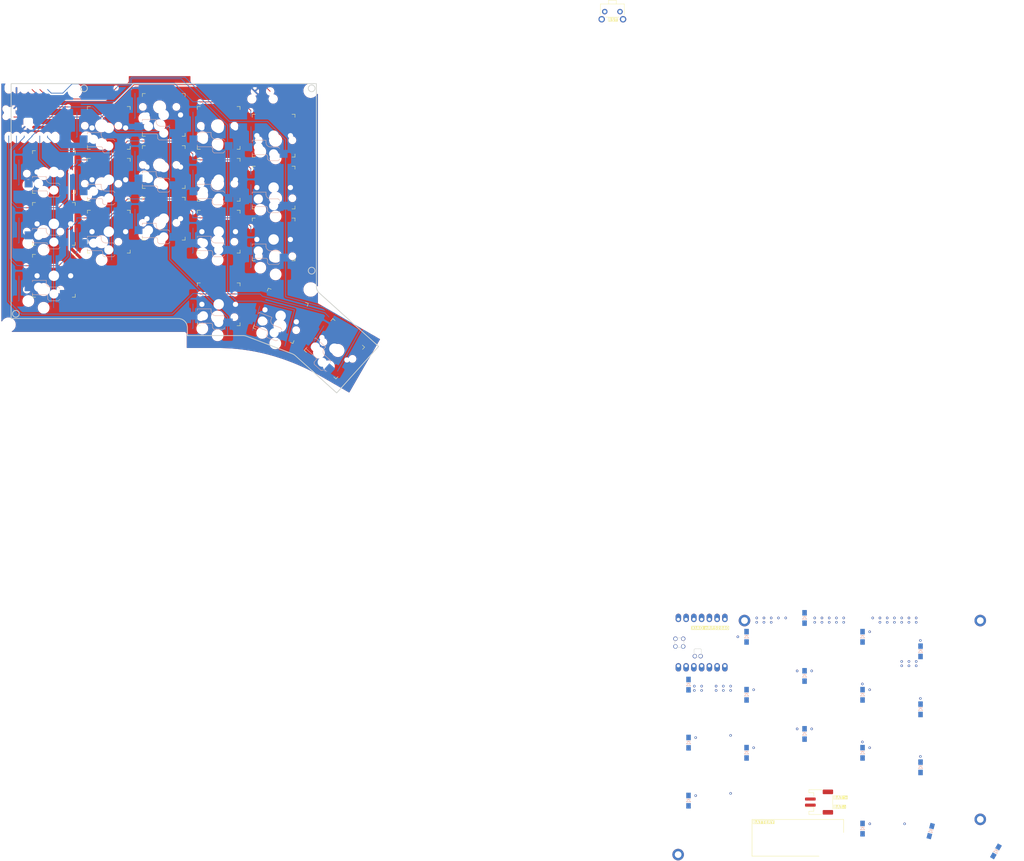
<source format=kicad_pcb>
(kicad_pcb (version 20240108) (generator "pcbnew") (generator_version "8.0")
  (title_block (title "Karma Wireless Split Ergonomic Keyboard") (date "2024-03-06") (rev "0.32"))
  (layers (0 "F.Cu" signal) (31 "B.Cu" signal) (34 "B.Paste" user) (35 "F.Paste" user) (36 "B.SilkS" user "B.Silkscreen") (37 "F.SilkS" user "F.Silkscreen") (38 "B.Mask" user) (39 "F.Mask" user) (44 "Edge.Cuts" user))
  (net 0 "")
  (net 1 "ROW0_L")
  (net 2 "Net-(DL1-A)")
  (net 3 "Net-(DL2-A)")
  (net 4 "Net-(DL3-A)")
  (net 5 "Net-(DL4-A)")
  (net 6 "Net-(DL5-A)")
  (net 7 "ROW1_L")
  (net 8 "Net-(DL6-A)")
  (net 9 "Net-(DL7-A)")
  (net 10 "Net-(DL8-A)")
  (net 11 "Net-(DL9-A)")
  (net 12 "Net-(DL10-A)")
  (net 13 "ROW2_L")
  (net 14 "Net-(DL11-A)")
  (net 15 "Net-(DL12-A)")
  (net 16 "Net-(DL13-A)")
  (net 17 "Net-(DL14-A)")
  (net 18 "Net-(DL15-A)")
  (net 19 "ROW3_L")
  (net 20 "Net-(DL16-A)")
  (net 21 "Net-(DL17-A)")
  (net 22 "Net-(DL18-A)")
  (net 23 "VBAT_L")
  (net 24 "GND_L")
  (net 25 "RESET_L")
  (net 26 "COL0_L")
  (net 27 "COL1_L")
  (net 28 "COL2_L")
  (net 29 "COL3_L")
  (net 30 "COL4_L")
  (footprint "karmalib:Kailh_Socket_PG1350_Optional" (layer "F.Cu") (at 107 38.55)
    (property "Reference" "SWL5" (hide yes))
    (property "Value" "SW_Push_45deg" (hide yes))
  )
  (footprint "karmalib:Kailh_Socket_PG1350_Optional" (layer "F.Cu") (at 71 65.75)
    (property "Reference" "SWL13" (hide yes))
    (property "Value" "SW_Push_45deg" (hide yes))
  )
  (footprint "karmalib:Kailh_Socket_PG1350_Optional" (layer "F.Cu") (at 89 53)
    (property "Reference" "SWL9" (hide yes))
    (property "Value" "SW_Push_45deg" (hide yes))
  )
  (footprint "karmalib:Kailh_Socket_PG1350_Optional" (layer "F.Cu") (at 134.906 104.512 -42)
    (property "Reference" "SWL18" (hide yes))
    (property "Value" "SW_Push_45deg" (hide yes))
  )
  (footprint "karmalib:Kailh_Socket_PG1350_Optional" (layer "F.Cu") (at 35 50.45)
    (property "Reference" "SWL1" (hide yes))
    (property "Value" "SW_Push_45deg" (hide yes))
  )
  (footprint "karmalib:Kailh_Socket_PG1350_Optional" (layer "F.Cu") (at 112.945 94.902 -21)
    (property "Reference" "SWL17" (hide yes))
    (property "Value" "SW_Push_45deg" (hide yes))
  )
  (footprint "karmalib:Kailh_Socket_PG1350_Optional" (layer "F.Cu") (at 53 53)
    (property "Reference" "SWL7" (hide yes))
    (property "Value" "SW_Push_45deg" (hide yes))
  )
  (footprint "karmalib:Kailh_Socket_PG1350_Optional" (layer "F.Cu") (at 107 72.55)
    (property "Reference" "SWL15" (hide yes))
    (property "Value" "SW_Push_45deg" (hide yes))
  )
  (footprint "Connector_JST:JST_PH_S2B-PH-SM4-TB_1x02-1MP_P2.00mm_Horizontal" (layer "F.Cu") (at 294.690625 265.38 90)
    (property "Reference" "J1" (hide yes))
    (property "Value" "BAT")
  )
  (footprint "karmalib:Kailh_Socket_PG1350_Optional" (layer "F.Cu") (at 89 36)
    (property "Reference" "SWL4" (hide yes))
    (property "Value" "SW_Push_45deg" (hide yes))
  )
  (footprint "karmalib:Kailh_Socket_PG1350_Optional" (layer "F.Cu") (at 89 70)
    (property "Reference" "SWL14" (hide yes))
    (property "Value" "SW_Push_45deg" (hide yes))
  )
  (footprint "karmalib:Kailh_Socket_PG1350_Optional" (layer "F.Cu") (at 71 48.825)
    (property "Reference" "SWL8" (hide yes))
    (property "Value" "SW_Push_45deg" (hide yes))
  )
  (footprint "karmalib:Kailh_Socket_PG1350_Optional" (layer "F.Cu") (at 107 55.55)
    (property "Reference" "SWL10" (hide yes))
    (property "Value" "SW_Push_45deg" (hide yes))
  )
  (footprint "karmalib:Kailh_Socket_PG1350_Optional" (layer "F.Cu") (at 35 84.45)
    (property "Reference" "SWL11" (hide yes))
    (property "Value" "SW_Push_45deg" (hide yes))
  )
  (footprint "karmalib:Kailh_Socket_PG1350_Optional" (layer "F.Cu") (at 71 31.75)
    (property "Reference" "SWL3" (hide yes))
    (property "Value" "SW_Push_45deg" (hide yes))
  )
  (footprint "karmalib:Kailh_Socket_PG1350_Optional" (layer "F.Cu") (at 35 67.45)
    (property "Reference" "SWL6" (hide yes))
    (property "Value" "SW_Push_45deg" (hide yes))
  )
  (footprint "karmalib:SKHLLCA010" (layer "F.Cu") (at 226.980625 7.66)
    (property "Reference" "RSW1" (hide yes))
    (property "Value" "SW_Push")
  )
  (footprint "MountingHole:MountingHole_2.2mm_M2_DIN965_Pad" (layer "F.Cu") (at 347.512297 271.044073)
    (property "Reference" "REF**" (hide yes))
    (property "Value" "MountingHole_2.2mm_M2_DIN965_Pad")
  )
  (footprint "karmalib:XIAO_nRF52840_SMD_Cutout" (layer "F.Cu") (at 256.215625 213.13 90)
    (property "Reference" "U1" (hide yes))
    (property "Value" "xiao-ble" (hide yes))
    (fp_line (start -0.8382 -8.826) (end 0.8382 -8.826) (stroke (width 0.12)) (layer "Edge.Cuts"))
    (fp_line (start 1.524 -6.4638) (end 1.524 -8.1402) (stroke (width 0.12)) (layer "Edge.Cuts"))
    (fp_line (start -1.524 -6.4638) (end -1.524 -8.1402) (stroke (width 0.12)) (layer "Edge.Cuts"))
    (fp_line (start -0.8382 -5.778) (end 0.8382 -5.778) (stroke (width 0.12)) (layer "Edge.Cuts"))
    (fp_line (start -4.0132 -2.476) (end -2.413 -2.476) (stroke (width 0.12)) (layer "Edge.Cuts"))
    (fp_line (start -2.032 -2.095) (end -2.032 -0.444) (stroke (width 0.12)) (layer "Edge.Cuts"))
    (fp_line (start -4.699 -0.7488) (end -4.699 -1.7902) (stroke (width 0.12)) (layer "Edge.Cuts"))
    (fp_line (start -2.413 -0.063) (end -4.0132 -0.063) (stroke (width 0.12)) (layer "Edge.Cuts"))
    (fp_arc (start -0.8382 -8.826) (mid -0.920391 -8.222391) (end -1.524 -8.1402) (stroke (width 0.12)) (layer "Edge.Cuts"))
    (fp_arc (start 1.524 -8.1402) (mid 0.920393 -8.222393) (end 0.8382 -8.826) (stroke (width 0.12)) (layer "Edge.Cuts"))
    (fp_arc (start -1.524 -6.4638) (mid -0.920391 -6.381609) (end -0.8382 -5.778) (stroke (width 0.12)) (layer "Edge.Cuts"))
    (fp_arc (start 0.8382 -5.778) (mid 0.920391 -6.381609) (end 1.524 -6.4638) (stroke (width 0.12)) (layer "Edge.Cuts"))
    (fp_arc (start -2.413 -2.476) (mid -2.143592 -2.364408) (end -2.032 -2.095) (stroke (width 0.12)) (layer "Edge.Cuts"))
    (fp_arc (start -4.0132 -2.476) (mid -4.095391 -1.872391) (end -4.699 -1.7902) (stroke (width 0.12)) (layer "Edge.Cuts"))
    (fp_arc (start -4.699 -0.7488) (mid -4.095391 -0.666609) (end -4.0132 -0.063) (stroke (width 0.12)) (layer "Edge.Cuts"))
    (fp_arc (start -2.032 -0.444) (mid -2.143592 -0.174592) (end -2.413 -0.063) (stroke (width 0.12)) (layer "Edge.Cuts"))
  )
  (footprint "MountingHole:MountingHole_2.2mm_M2_DIN965_Pad" (layer "F.Cu") (at 248.522298 282.583567)
    (property "Reference" "REF**" (hide yes))
    (property "Value" "MountingHole_2.2mm_M2_DIN965_Pad" (hide yes))
  )
  (footprint "MountingHole:MountingHole_2.2mm_M2_DIN965_Pad" (layer "F.Cu") (at 347.512298 205.908567)
    (property "Reference" "REF**" (hide yes))
    (property "Value" "MountingHole_2.2mm_M2_DIN965_Pad" (hide yes))
  )
  (footprint "karmalib:Kailh_Socket_PG1350_Optional" (layer "F.Cu") (at 53 70)
    (property "Reference" "SWL12" (hide yes))
    (property "Value" "SW_Push_45deg" (hide yes))
  )
  (footprint "karmalib:Kailh_Socket_PG1350_Optional" (layer "F.Cu") (at 53 36)
    (property "Reference" "SWL2" (hide yes))
    (property "Value" "SW_Push_45deg" (hide yes))
  )
  (footprint "MountingHole:MountingHole_2.2mm_M2_DIN965_Pad" (layer "F.Cu") (at 270.262298 205.908567)
    (property "Reference" "REF**" (hide yes))
    (property "Value" "MountingHole_2.2mm_M2_DIN965_Pad" (hide yes))
  )
  (footprint "karmalib:Kailh_Socket_PG1350_Optional" (layer "F.Cu") (at 89 93.8)
    (property "Reference" "SWL16" (hide yes))
    (property "Value" "SW_Push_45deg" (hide yes))
  )
  (footprint "karmalib:Diode_SOD123" (layer "B.Cu") (at 352.640625 281.53 -120)
    (property "Reference" "DL18" (hide yes))
    (property "Value" "D_Small" (hide yes))
  )
  (footprint "karmalib:Diode_SOD123" (layer "B.Cu") (at 289.940625 243.055 -90)
    (property "Reference" "DL13" (hide yes))
    (property "Value" "D_Small" (hide yes))
  )
  (footprint "karmalib:Diode_SOD123" (layer "B.Cu") (at 289.940625 205.055 -90)
    (property "Reference" "DL3" (hide yes))
    (property "Value" "D_Small" (hide yes))
  )
  (footprint "karmalib:Diode_SOD123" (layer "B.Cu") (at 270.940625 211.23 -90)
    (property "Reference" "DL2" (hide yes))
    (property "Value" "D_Small" (hide yes))
  )
  (footprint "karmalib:Diode_SOD123" (layer "B.Cu") (at 308.940625 230.23 -90)
    (property "Reference" "DL9" (hide yes))
    (property "Value" "D_Small" (hide yes))
  )
  (footprint "karmalib:Diode_SOD123" (layer "B.Cu") (at 327.940625 215.98 -90)
    (property "Reference" "DL5" (hide yes))
    (property "Value" "D_Small" (hide yes))
  )
  (footprint "karmalib:Diode_SOD123" (layer "B.Cu") (at 251.921875 264.905 -90)
    (property "Reference" "DL11" (hide yes))
    (property "Value" "D_Small" (hide yes))
  )
  (footprint "karmalib:Diode_SOD123" (layer "B.Cu") (at 331.265625 274.88 -105)
    (property "Reference" "DL17" (hide yes))
    (property "Value" "D_Small" (hide yes))
  )
  (footprint "karmalib:Diode_SOD123" (layer "B.Cu") (at 308.940625 249.23 -90)
    (property "Reference" "DL14" (hide yes))
    (property "Value" "D_Small" (hide yes))
  )
  (footprint "karmalib:Diode_SOD123" (layer "B.Cu") (at 251.921875 226.905 -90)
    (property "Reference" "DL1" (hide yes))
    (property "Value" "D_Small" (hide yes))
  )
  (footprint "karmalib:Diode_SOD123" (layer "B.Cu") (at 327.940625 253.98 -90)
    (property "Reference" "DL15" (hide yes))
    (property "Value" "D_Small" (hide yes))
  )
  (footprint "karmalib:Diode_SOD123" (layer "B.Cu") (at 251.940625 245.905 -90)
    (property "Reference" "DL6" (hide yes))
    (property "Value" "D_Small" (hide yes))
  )
  (footprint "karmalib:Diode_SOD123" (layer "B.Cu") (at 308.940625 211.23 -90)
    (property "Reference" "DL4" (hide yes))
    (property "Value" "D_Small" (hide yes))
  )
  (footprint "karmalib:Diode_SOD123" (layer "B.Cu") (at 270.940625 230.23 -90)
    (property "Reference" "DL7" (hide yes))
    (property "Value" "D_Small" (hide yes))
  )
  (footprint "karmalib:Diode_SOD123" (layer "B.Cu") (at 327.940625 234.98 -90)
    (property "Reference" "DL10" (hide yes))
    (property "Value" "D_Small" (hide yes))
  )
  (footprint "karmalib:Diode_SOD123" (layer "B.Cu") (at 270.940625 249.23 -90)
    (property "Reference" "DL12" (hide yes))
    (property "Value" "D_Small" (hide yes))
  )
  (footprint "karmalib:Diode_SOD123" (layer "B.Cu") (at 308.940625 274.070625 -90)
    (property "Reference" "DL16" (hide yes))
    (property "Value" "D_Small" (hide yes))
  )
  (footprint "karmalib:Diode_SOD123" (layer "B.Cu") (at 289.940625 224.055 -90)
    (property "Reference" "DL8" (hide yes))
    (property "Value" "D_Small" (hide yes))
  )
  (gr_line (start 272.734375 283.08) (end 294.690625 283.08) (stroke (width 0.15)) (layer "F.SilkS"))
  (gr_line (start 302.734375 271.08) (end 302.734375 275.355) (stroke (width 0.15)) (layer "F.SilkS"))
  (gr_line (start 272.734375 283.08) (end 272.734375 271.08) (stroke (width 0.15)) (layer "F.SilkS"))
  (gr_line (start 272.734375 271.08) (end 302.734375 271.08) (stroke (width 0.15)) (layer "F.SilkS"))
  (gr_poly (pts (xy 128.527049 90.174687) (xy 128.597998 90.181595) (xy 128.668485 90.193108) (xy 128.738277 90.209227) (xy 128.807144 90.229951) (xy 128.874853 90.255281) (xy 128.941174 90.285215) (xy 129.005875 90.319756) (xy 129.068136 90.358518) (xy 129.12722 90.400986) (xy 129.18301 90.446959) (xy 129.23539 90.496236) (xy 129.284245 90.548618) (xy 129.329458 90.603903) (xy 129.370915 90.661893) (xy 129.408499 90.722385) (xy 129.442094 90.78518) (xy 129.471586 90.850077) (xy 129.496857 90.916877) (xy 129.517792 90.985377) (xy 129.534277 91.055379) (xy 129.546193 91.126682) (xy 129.553427 91.199085) (xy 129.555862 91.272388) (xy 129.555878 91.272388) (xy 129.555266 91.30914) (xy 129.55344 91.345692) (xy 129.550414 91.382018) (xy 129.546204 91.418095) (xy 129.540822 91.453896) (xy 129.534285 91.489397) (xy 129.526605 91.524573) (xy 129.517799 91.559399) (xy 129.50788 91.593849) (xy 129.496862 91.627899) (xy 129.48476 91.661524) (xy 129.471589 91.694698) (xy 129.457363 91.727397) (xy 129.442097 91.759595) (xy 129.425805 91.791268) (xy 129.408501 91.82239) (xy 129.3902 91.852936) (xy 129.370916 91.882882) (xy 129.350664 91.912202) (xy 129.329459 91.940871) (xy 129.307314 91.968864) (xy 129.284245 91.996156) (xy 129.260266 92.022722) (xy 129.23539 92.048538) (xy 129.209633 92.073577) (xy 129.18301 92.097815) (xy 129.155534 92.121227) (xy 129.12722 92.143788) (xy 129.098083 92.165472) (xy 129.068136 92.186255) (xy 129.037396 92.206112) (xy 129.005875 92.225018) (xy 128.941174 92.259558) (xy 128.874853 92.289492) (xy 128.807144 92.314822) (xy 128.738277 92.335546) (xy 128.668485 92.351665) (xy 128.597998 92.363178) (xy 128.527049 92.370086) (xy 128.455869 92.372389) (xy 128.384688 92.370086) (xy 128.313739 92.363178) (xy 128.243253 92.351665) (xy 128.173462 92.335546) (xy 128.104596 92.314822) (xy 128.036888 92.289492) (xy 127.970568 92.259558) (xy 127.905869 92.225018) (xy 127.843605 92.186255) (xy 127.784521 92.143788) (xy 127.72873 92.097815) (xy 127.67635 92.048538) (xy 127.627495 91.996156) (xy 127.582281 91.940871) (xy 127.540824 91.882882) (xy 127.50324 91.82239) (xy 127.469644 91.759595) (xy 127.440152 91.694698) (xy 127.41488 91.627899) (xy 127.393943 91.559399) (xy 127.377458 91.489397) (xy 127.365539 91.418095) (xy 127.358303 91.345692) (xy 127.355865 91.272388) (xy 127.356477 91.235637) (xy 127.358303 91.199085) (xy 127.361329 91.162759) (xy 127.365539 91.126682) (xy 127.37092 91.090881) (xy 127.377458 91.055379) (xy 127.385137 91.020203) (xy 127.393943 90.985377) (xy 127.403862 90.950927) (xy 127.41488 90.916877) (xy 127.426981 90.883252) (xy 127.440152 90.850077) (xy 127.454378 90.817378) (xy 127.469644 90.78518) (xy 127.485936 90.753507) (xy 127.50324 90.722385) (xy 127.52154 90.691838) (xy 127.540824 90.661893) (xy 127.561075 90.632573) (xy 127.582281 90.603903) (xy 127.604425 90.57591) (xy 127.627495 90.548618) (xy 127.651474 90.522051) (xy 127.67635 90.496236) (xy 127.702107 90.471197) (xy 127.72873 90.446959) (xy 127.756207 90.423546) (xy 127.784521 90.400986) (xy 127.813659 90.379301) (xy 127.843605 90.358518) (xy 127.874347 90.338661) (xy 127.905869 90.319756) (xy 127.970568 90.285215) (xy 128.036888 90.255281) (xy 128.104596 90.229951) (xy 128.173462 90.209227) (xy 128.243253 90.193108) (xy 128.313739 90.181595) (xy 128.384688 90.174687) (xy 128.455869 90.172384)) (stroke (width 0.264583)) (fill none) (layer "Edge.Cuts"))
  (gr_poly (pts (xy 130 96.404411) (xy 130.004206 96.563312) (xy 130.016736 96.720982) (xy 130.037459 96.877125) (xy 130.066244 97.031448) (xy 130.102959 97.183654) (xy 130.147472 97.33345) (xy 130.199653 97.480538) (xy 130.259369 97.624625) (xy 130.326489 97.765416) (xy 130.400883 97.902614) (xy 130.482418 98.035926) (xy 130.570963 98.165055) (xy 130.666386 98.289708) (xy 130.768557 98.409587) (xy 130.877344 98.5244) (xy 130.992615 98.63385) (xy 150.382072 116.092209) (xy 136.664886 131.326668) (xy 123.070023 119.085785) (xy 123.018309 119.040286) (xy 122.965614 118.996027) (xy 122.91196 118.953022) (xy 122.857371 118.911285) (xy 122.80187 118.870831) (xy 122.745479 118.831672) (xy 122.688222 118.793824) (xy 122.630121 118.7573) (xy 122.571201 118.722115) (xy 122.511483 118.688282) (xy 122.450991 118.655817) (xy 122.389748 118.624731) (xy 122.327777 118.595041) (xy 122.265101 118.56676) (xy 122.201743 118.539902) (xy 122.137726 118.514481) (xy 107.11882 112.74926) (xy 107.054237 112.725315) (xy 106.989181 112.70288) (xy 106.92368 112.681958) (xy 106.85776 112.662556) (xy 106.791448 112.644678) (xy 106.72477 112.628328) (xy 106.657753 112.613513) (xy 106.590424 112.600236) (xy 106.522808 112.588503) (xy 106.454932 112.578318) (xy 106.386824 112.569687) (xy 106.318509 112.562614) (xy 106.250014 112.557104) (xy 106.181366 112.553162) (xy 106.112591 112.550794) (xy 106.043716 112.550003) (xy 87.75 112.550003) (xy 87.75 109.950005) (xy 87.746313 109.801242) (xy 87.73532 109.65349) (xy 87.717123 109.506994) (xy 87.691823 109.361999) (xy 87.659523 109.218752) (xy 87.620324 109.077498) (xy 87.574329 108.938483) (xy 87.521638 108.801953) (xy 87.462355 108.668155) (xy 87.39658 108.537333) (xy 87.324416 108.409733) (xy 87.245964 108.285603) (xy 87.161327 108.165186) (xy 87.070605 108.04873) (xy 86.973902 107.93648) (xy 86.871319 107.828682) (xy 86.763521 107.726099) (xy 86.651272 107.629397) (xy 86.534816 107.538676) (xy 86.4144 107.454039) (xy 86.290269 107.375588) (xy 86.16267 107.303424) (xy 86.031848 107.237649) (xy 85.898049 107.178366) (xy 85.76152 107.125675) (xy 85.622505 107.07968) (xy 85.481251 107.040481) (xy 85.338004 107.008181) (xy 85.193009 106.982882) (xy 85.046513 106.964685) (xy 84.898762 106.953692) (xy 84.75 106.950005) (xy 30 106.950005) (xy 30 30) (xy 130 30)) (stroke (width 0.264583)) (fill none) (layer "Edge.Cuts"))
  (gr_poly (pts (xy 128.527049 30.446435) (xy 128.597998 30.453343) (xy 128.668485 30.464857) (xy 128.738277 30.480976) (xy 128.807144 30.5017) (xy 128.874853 30.527029) (xy 128.941174 30.556964) (xy 129.005875 30.591505) (xy 129.068136 30.630267) (xy 129.12722 30.672735) (xy 129.18301 30.718708) (xy 129.23539 30.767985) (xy 129.284245 30.820367) (xy 129.329458 30.875652) (xy 129.370915 30.933641) (xy 129.408499 30.994133) (xy 129.442094 31.056928) (xy 129.471586 31.121825) (xy 129.496857 31.188624) (xy 129.517792 31.257124) (xy 129.534277 31.327126) (xy 129.546193 31.398428) (xy 129.553427 31.470831) (xy 129.555862 31.544134) (xy 129.555878 31.544133) (xy 129.555266 31.580885) (xy 129.55344 31.617436) (xy 129.550414 31.653763) (xy 129.546204 31.689839) (xy 129.540822 31.72564) (xy 129.534285 31.761142) (xy 129.526605 31.796318) (xy 129.517799 31.831143) (xy 129.50788 31.865594) (xy 129.496862 31.899644) (xy 129.48476 31.933268) (xy 129.471589 31.966443) (xy 129.457363 31.999141) (xy 129.442097 32.031339) (xy 129.425805 32.063012) (xy 129.408501 32.094134) (xy 129.3902 32.12468) (xy 129.370916 32.154626) (xy 129.350664 32.183946) (xy 129.329459 32.212615) (xy 129.307314 32.240608) (xy 129.284245 32.2679) (xy 129.260266 32.294467) (xy 129.23539 32.320282) (xy 129.209633 32.345321) (xy 129.18301 32.369559) (xy 129.155534 32.392971) (xy 129.12722 32.415532) (xy 129.098083 32.437217) (xy 129.068136 32.458) (xy 129.037396 32.477857) (xy 129.005875 32.496763) (xy 128.941174 32.531303) (xy 128.874853 32.561238) (xy 128.807144 32.586568) (xy 128.738277 32.607292) (xy 128.668485 32.623411) (xy 128.597998 32.634925) (xy 128.527049 32.641833) (xy 128.455869 32.644135) (xy 128.384688 32.641833) (xy 128.313739 32.634925) (xy 128.243253 32.623411) (xy 128.173462 32.607292) (xy 128.104596 32.586568) (xy 128.036888 32.561239) (xy 127.970568 32.531304) (xy 127.905869 32.496763) (xy 127.843605 32.458001) (xy 127.784521 32.415533) (xy 127.72873 32.36956) (xy 127.67635 32.320283) (xy 127.627495 32.267901) (xy 127.582281 32.212616) (xy 127.540824 32.154627) (xy 127.50324 32.094135) (xy 127.469644 32.03134) (xy 127.440152 31.966443) (xy 127.41488 31.899644) (xy 127.393943 31.831144) (xy 127.377458 31.761142) (xy 127.365539 31.68984) (xy 127.358303 31.617437) (xy 127.355865 31.544134) (xy 127.356477 31.507383) (xy 127.358303 31.470831) (xy 127.361329 31.434505) (xy 127.365539 31.398429) (xy 127.37092 31.362627) (xy 127.377458 31.327126) (xy 127.385137 31.29195) (xy 127.393943 31.257125) (xy 127.403862 31.222674) (xy 127.41488 31.188624) (xy 127.426981 31.154999) (xy 127.440152 31.121825) (xy 127.454378 31.089126) (xy 127.469644 31.056928) (xy 127.485936 31.025256) (xy 127.50324 30.994134) (xy 127.52154 30.963587) (xy 127.540824 30.933642) (xy 127.561075 30.904322) (xy 127.582281 30.875653) (xy 127.604425 30.84766) (xy 127.627495 30.820367) (xy 127.651474 30.793801) (xy 127.67635 30.767986) (xy 127.702107 30.742946) (xy 127.72873 30.718708) (xy 127.756207 30.695296) (xy 127.784521 30.672736) (xy 127.813659 30.651051) (xy 127.843605 30.630268) (xy 127.874347 30.610411) (xy 127.905869 30.591505) (xy 127.970568 30.556965) (xy 128.036888 30.52703) (xy 128.104596 30.5017) (xy 128.173462 30.480976) (xy 128.243253 30.464857) (xy 128.313739 30.453343) (xy 128.384688 30.446435) (xy 128.455869 30.444133)) (stroke (width 0.264583)) (fill none) (layer "Edge.Cuts"))
  (gr_poly (pts (xy 31.615309 104.308163) (xy 31.686257 104.315071) (xy 31.756743 104.326585) (xy 31.826534 104.342703) (xy 31.8954 104.363427) (xy 31.963108 104.388757) (xy 32.029429 104.418692) (xy 32.09413 104.453232) (xy 32.156393 104.491994) (xy 32.215478 104.534462) (xy 32.271268 104.580435) (xy 32.323649 104.629713) (xy 32.372504 104.682096) (xy 32.417717 104.737382) (xy 32.459174 104.795372) (xy 32.496758 104.855865) (xy 32.530353 104.91866) (xy 32.559845 104.983558) (xy 32.585117 105.050357) (xy 32.606053 105.118858) (xy 32.622538 105.188861) (xy 32.634456 105.260163) (xy 32.641692 105.332566) (xy 32.64413 105.405869) (xy 32.643518 105.44262) (xy 32.641692 105.479171) (xy 32.638667 105.515497) (xy 32.634457 105.551574) (xy 32.629076 105.587375) (xy 32.622538 105.622876) (xy 32.614859 105.658052) (xy 32.606053 105.692877) (xy 32.596134 105.727328) (xy 32.585117 105.761378) (xy 32.573016 105.795003) (xy 32.559845 105.828177) (xy 32.54562 105.860876) (xy 32.530354 105.893074) (xy 32.514062 105.924747) (xy 32.496758 105.955869) (xy 32.478458 105.986415) (xy 32.459174 106.016361) (xy 32.438923 106.045681) (xy 32.417718 106.07435) (xy 32.395573 106.102343) (xy 32.372504 106.129635) (xy 32.348525 106.156202) (xy 32.323649 106.182017) (xy 32.297893 106.207056) (xy 32.271269 106.231295) (xy 32.243793 106.254707) (xy 32.215478 106.277268) (xy 32.186341 106.298952) (xy 32.156394 106.319735) (xy 32.125652 106.339592) (xy 32.094131 106.358498) (xy 32.02943 106.393038) (xy 31.963109 106.422973) (xy 31.8954 106.448302) (xy 31.826535 106.469026) (xy 31.756743 106.485145) (xy 31.686258 106.496658) (xy 31.61531 106.503566) (xy 31.54413 106.505869) (xy 31.472951 106.503566) (xy 31.402003 106.496658) (xy 31.331517 106.485145) (xy 31.261726 106.469026) (xy 31.19286 106.448302) (xy 31.125152 106.422973) (xy 31.058831 106.393038) (xy 30.99413 106.358498) (xy 30.931867 106.319735) (xy 30.872782 106.277268) (xy 30.816992 106.231295) (xy 30.764611 106.182017) (xy 30.715756 106.129635) (xy 30.670543 106.07435) (xy 30.629086 106.016361) (xy 30.591502 105.955869) (xy 30.557907 105.893074) (xy 30.528415 105.828177) (xy 30.503143 105.761378) (xy 30.482207 105.692877) (xy 30.465722 105.622876) (xy 30.453804 105.551574) (xy 30.446568 105.479171) (xy 30.44413 105.405869) (xy 30.444742 105.369117) (xy 30.446568 105.332566) (xy 30.449593 105.29624) (xy 30.453803 105.260163) (xy 30.459185 105.224362) (xy 30.465722 105.188861) (xy 30.473401 105.153684) (xy 30.482207 105.118858) (xy 30.492126 105.084408) (xy 30.503143 105.050357) (xy 30.515244 105.016732) (xy 30.528415 104.983558) (xy 30.54264 104.950859) (xy 30.557906 104.91866) (xy 30.574198 104.886987) (xy 30.591502 104.855865) (xy 30.609803 104.825318) (xy 30.629086 104.795372) (xy 30.649337 104.766051) (xy 30.670542 104.737382) (xy 30.692687 104.709388) (xy 30.715756 104.682096) (xy 30.739735 104.655529) (xy 30.764611 104.629713) (xy 30.790368 104.604674) (xy 30.816991 104.580435) (xy 30.844468 104.557023) (xy 30.872782 104.534462) (xy 30.90192 104.512778) (xy 30.931867 104.491994) (xy 30.962608 104.472137) (xy 30.99413 104.453232) (xy 31.058831 104.418692) (xy 31.125151 104.388757) (xy 31.19286 104.363427) (xy 31.261726 104.342703) (xy 31.331517 104.326585) (xy 31.402002 104.315071) (xy 31.47295 104.308163) (xy 31.54413 104.305861)) (stroke (width 0.264583)) (fill none) (layer "Edge.Cuts"))
  (gr_poly (pts (xy 53.938587 30.446437) (xy 54.009535 30.453345) (xy 54.080021 30.464858) (xy 54.149812 30.480977) (xy 54.218678 30.501701) (xy 54.286387 30.527031) (xy 54.352707 30.556966) (xy 54.417408 30.591506) (xy 54.479671 30.630268) (xy 54.538755 30.672736) (xy 54.594546 30.718709) (xy 54.646926 30.767986) (xy 54.695781 30.820368) (xy 54.740994 30.875653) (xy 54.782451 30.933642) (xy 54.820035 30.994134) (xy 54.85363 31.056928) (xy 54.883122 31.121825) (xy 54.908393 31.188624) (xy 54.929329 31.257125) (xy 54.945814 31.327126) (xy 54.957732 31.398428) (xy 54.964968 31.470831) (xy 54.967405 31.544134) (xy 54.967407 31.544133) (xy 54.966795 31.580885) (xy 54.96497 31.617436) (xy 54.961944 31.653763) (xy 54.957734 31.689839) (xy 54.952353 31.72564) (xy 54.945815 31.761141) (xy 54.938136 31.796317) (xy 54.92933 31.831143) (xy 54.919411 31.865593) (xy 54.908394 31.899643) (xy 54.896293 31.933268) (xy 54.883122 31.966442) (xy 54.868897 31.999141) (xy 54.853631 32.031339) (xy 54.837339 32.063012) (xy 54.820035 32.094134) (xy 54.801734 32.12468) (xy 54.782451 32.154626) (xy 54.7622 32.183945) (xy 54.740995 32.212615) (xy 54.71885 32.240608) (xy 54.695781 32.2679) (xy 54.671801 32.294466) (xy 54.646926 32.320281) (xy 54.621169 32.345321) (xy 54.594546 32.369559) (xy 54.56707 32.392971) (xy 54.538755 32.415532) (xy 54.509618 32.437216) (xy 54.479671 32.458) (xy 54.44893 32.477856) (xy 54.417408 32.496762) (xy 54.352707 32.531302) (xy 54.286387 32.561237) (xy 54.218678 32.586567) (xy 54.149812 32.607291) (xy 54.080021 32.62341) (xy 54.009535 32.634923) (xy 53.938587 32.641832) (xy 53.867407 32.644134) (xy 53.796227 32.641832) (xy 53.725279 32.634924) (xy 53.654793 32.62341) (xy 53.585002 32.607291) (xy 53.516136 32.586567) (xy 53.448427 32.561238) (xy 53.382106 32.531303) (xy 53.317406 32.496762) (xy 53.255143 32.458) (xy 53.196058 32.415532) (xy 53.140268 32.369559) (xy 53.087888 32.320282) (xy 53.039033 32.2679) (xy 52.993819 32.212615) (xy 52.952363 32.154626) (xy 52.914779 32.094134) (xy 52.881183 32.03134) (xy 52.851692 31.966443) (xy 52.82642 31.899644) (xy 52.805484 31.831144) (xy 52.788998 31.761142) (xy 52.77708 31.68984) (xy 52.769844 31.617437) (xy 52.767406 31.544134) (xy 52.768018 31.507383) (xy 52.769844 31.470832) (xy 52.77287 31.434505) (xy 52.77708 31.398429) (xy 52.782461 31.362628) (xy 52.788998 31.327126) (xy 52.796677 31.291951) (xy 52.805484 31.257125) (xy 52.815403 31.222675) (xy 52.82642 31.188625) (xy 52.838521 31.155) (xy 52.851692 31.121826) (xy 52.865917 31.089127) (xy 52.881183 31.056929) (xy 52.897475 31.025256) (xy 52.914779 30.994134) (xy 52.933079 30.963588) (xy 52.952363 30.933642) (xy 52.972614 30.904323) (xy 52.993819 30.875654) (xy 53.015964 30.84766) (xy 53.039033 30.820368) (xy 53.063012 30.793802) (xy 53.087888 30.767987) (xy 53.113644 30.742947) (xy 53.140268 30.718709) (xy 53.167744 30.695297) (xy 53.196058 30.672736) (xy 53.225196 30.651052) (xy 53.255143 30.630269) (xy 53.285884 30.610412) (xy 53.317406 30.591506) (xy 53.382106 30.556966) (xy 53.448427 30.527031) (xy 53.516136 30.501701) (xy 53.585002 30.480977) (xy 53.654793 30.464858) (xy 53.725279 30.453345) (xy 53.796227 30.446437) (xy 53.867407 30.444134)) (stroke (width 0.264583)) (fill none) (layer "Edge.Cuts"))
  (gr_text "BAT -" (at 299.431875 267.580625 0) (layer "F.SilkS" knockout) (effects (font (size 1 1)) (justify left bottom)))
  (gr_text "RST" (at 225.568125 9.725625 0) (layer "F.SilkS" knockout) (effects (font (size 1 1)) (justify left bottom)))
  (gr_text "XIAO nRF52840" (at 252.890625 208.97875 0) (layer "F.SilkS" knockout) (effects (font (size 1 1) (thickness 0.25) (bold yes)) (justify left bottom)))
  (gr_text "BATTERY" (at 272.98375 272.60125 0) (layer "F.SilkS" knockout) (effects (font (size 1 1)) (justify left bottom)))
  (gr_text "BAT +" (at 299.431875 264.530625 0) (layer "F.SilkS" knockout) (effects (font (size 1 1)) (justify left bottom)))
  (segment (start 91.890625 35.975) (end 105.665625 35.975) (width 0.25) (layer "F.Cu") (net 1))
  (segment (start 105.665625 35.975) (end 108.515625 38.825) (width 0.25) (layer "F.Cu") (net 1))
  (via (at 311.265625 209.58) (size 0.8) (drill 0.4) (layers "F.Cu" "B.Cu") (net 1))
  (via (at 327.890625 212.43) (size 0.8) (drill 0.4) (layers "F.Cu" "B.Cu") (net 1))
  (segment (start 63.915625 35.925) (end 70.090625 29.75) (width 0.25) (layer "B.Cu") (net 1))
  (segment (start 83.390625 29.75) (end 89.565625 35.925) (width 0.25) (layer "B.Cu") (net 1))
  (segment (start 108.515625 40.625) (end 108.565625 40.675) (width 0.25) (layer "B.Cu") (net 1))
  (segment (start 36.840625 47.287412) (end 32.546875 51.581162) (width 0.25) (layer "B.Cu") (net 1))
  (segment (start 48.060625 35.925) (end 36.840625 47.145) (width 0.25) (layer "B.Cu") (net 1))
  (segment (start 91.840625 35.925) (end 91.890625 35.975) (width 0.25) (layer "B.Cu") (net 1))
  (segment (start 89.565625 35.925) (end 91.840625 35.925) (width 0.25) (layer "B.Cu") (net 1))
  (segment (start 108.515625 38.825) (end 108.515625 40.625) (width 0.25) (layer "B.Cu") (net 1))
  (segment (start 51.565625 35.925) (end 48.060625 35.925) (width 0.25) (layer "B.Cu") (net 1))
  (segment (start 51.565625 35.925) (end 63.915625 35.925) (width 0.25) (layer "B.Cu") (net 1))
  (segment (start 70.090625 29.75) (end 70.565625 29.75) (width 0.25) (layer "B.Cu") (net 1))
  (segment (start 36.840625 47.145) (end 36.840625 47.287412) (width 0.25) (layer "B.Cu") (net 1))
  (segment (start 70.565625 29.75) (end 83.390625 29.75) (width 0.25) (layer "B.Cu") (net 1))
  (segment (start 32.546875 51.581162) (end 32.546875 51.6) (width 0.25) (layer "B.Cu") (net 1))
  (segment (start 32.546875 63.04375) (end 32.365625 63.225) (width 0.25) (layer "B.Cu") (net 2))
  (segment (start 32.546875 55) (end 32.546875 63.04375) (width 0.25) (layer "B.Cu") (net 2))
  (segment (start 51.565625 47.35) (end 51.365625 47.55) (width 0.25) (layer "B.Cu") (net 3))
  (segment (start 51.565625 39.325) (end 51.565625 47.35) (width 0.25) (layer "B.Cu") (net 3))
  (segment (start 70.565625 41.175) (end 70.365625 41.375) (width 0.25) (layer "B.Cu") (net 4))
  (segment (start 70.565625 33.15) (end 70.565625 41.175) (width 0.25) (layer "B.Cu") (net 4))
  (segment (start 89.565625 39.325) (end 89.565625 47.35) (width 0.25) (layer "B.Cu") (net 5))
  (segment (start 89.565625 47.35) (end 89.365625 47.55) (width 0.25) (layer "B.Cu") (net 5))
  (segment (start 108.565625 52.1) (end 108.365625 52.3) (width 0.25) (layer "B.Cu") (net 6))
  (segment (start 108.565625 44.075) (end 108.565625 52.1) (width 0.25) (layer "B.Cu") (net 6))
  (segment (start 91.890625 54.975) (end 105.665625 54.975) (width 0.25) (layer "F.Cu") (net 7))
  (segment (start 72.890625 48.8) (end 85.240625 48.8) (width 0.25) (layer "F.Cu") (net 7))
  (segment (start 61.965625 54.975) (end 53.890625 54.975) (width 0.25) (layer "F.Cu") (net 7))
  (segment (start 34.890625 70.65) (end 45.615625 70.65) (width 0.25) (layer "F.Cu") (net 7))
  (segment (start 105.665625 54.975) (end 108.515625 57.825) (width 0.25) (layer "F.Cu") (net 7))
  (segment (start 68.140625 48.8) (end 61.965625 54.975) (width 0.25) (layer "F.Cu") (net 7))
  (segment (start 45.615625 70.65) (end 46.340625 69.925) (width 0.25) (layer "F.Cu") (net 7))
  (segment (start 85.240625 48.8) (end 89.515625 53.075) (width 0.25) (layer "F.Cu") (net 7))
  (via (at 254.265625 244.255) (size 0.8) (drill 0.4) (layers "F.Cu" "B.Cu") (net 7))
  (via (at 265.715625 243.53) (size 0.8) (drill 0.4) (layers "F.Cu" "B.Cu") (net 7))
  (via (at 273.265625 228.58) (size 0.8) (drill 0.4) (layers "F.Cu" "B.Cu") (net 7))
  (via (at 308.890625 226.68) (size 0.8) (drill 0.4) (layers "F.Cu" "B.Cu") (net 7))
  (via (at 327.890625 231.43) (size 0.8) (drill 0.4) (layers "F.Cu" "B.Cu") (net 7))
  (via (at 311.265625 228.58) (size 0.8) (drill 0.4) (layers "F.Cu" "B.Cu") (net 7))
  (via (at 287.515625 222.405) (size 0.8) (drill 0.4) (layers "F.Cu" "B.Cu") (net 7))
  (via (at 292.265625 222.405) (size 0.8) (drill 0.4) (layers "F.Cu" "B.Cu") (net 7))
  (segment (start 70.565625 48.75) (end 72.840625 48.75) (width 0.25) (layer "B.Cu") (net 7))
  (segment (start 108.515625 59.625) (end 108.565625 59.675) (width 0.25) (layer "B.Cu") (net 7))
  (segment (start 70.565625 48.75) (end 68.190625 48.75) (width 0.25) (layer "B.Cu") (net 7))
  (segment (start 34.890625 70.65) (end 32.615625 70.65) (width 0.25) (layer "B.Cu") (net 7))
  (segment (start 91.840625 54.925) (end 91.890625 54.975) (width 0.25) (layer "B.Cu") (net 7))
  (segment (start 34.300625 47.145) (end 34.300625 47.54625) (width 0.25) (layer "B.Cu") (net 7))
  (segment (start 32.615625 70.65) (end 32.565625 70.6) (width 0.25) (layer "B.Cu") (net 7))
  (segment (start 108.515625 57.825) (end 108.515625 59.625) (width 0.25) (layer "B.Cu") (net 7))
  (segment (start 68.190625 48.75) (end 68.140625 48.8) (width 0.25) (layer "B.Cu") (net 7))
  (segment (start 89.515625 54.875) (end 89.565625 54.925) (width 0.25) (layer "B.Cu") (net 7))
  (segment (start 89.515625 53.075) (end 89.515625 54.875) (width 0.25) (layer "B.Cu") (net 7))
  (segment (start 31.965625 70.6) (end 32.565625 70.6) (width 0.25) (layer "B.Cu") (net 7))
  (segment (start 30.115625 51.73125) (end 30.115625 68.75) (width 0.25) (layer "B.Cu") (net 7))
  (segment (start 30.115625 68.75) (end 31.965625 70.6) (width 0.25) (layer "B.Cu") (net 7))
  (segment (start 72.840625 48.75) (end 72.890625 48.8) (width 0.25) (layer "B.Cu") (net 7))
  (segment (start 34.300625 47.54625) (end 30.115625 51.73125) (width 0.25) (layer "B.Cu") (net 7))
  (segment (start 89.565625 54.925) (end 91.840625 54.925) (width 0.25) (layer "B.Cu") (net 7))
  (segment (start 32.565625 82.025) (end 32.365625 82.225) (width 0.25) (layer "B.Cu") (net 8))
  (segment (start 32.565625 74) (end 32.565625 82.025) (width 0.25) (layer "B.Cu") (net 8))
  (segment (start 51.565625 66.35) (end 51.365625 66.55) (width 0.25) (layer "B.Cu") (net 9))
  (segment (start 51.565625 58.325) (end 51.565625 66.35) (width 0.25) (layer "B.Cu") (net 9))
  (segment (start 70.565625 52.15) (end 70.565625 60.175) (width 0.25) (layer "B.Cu") (net 10))
  (segment (start 70.565625 60.175) (end 70.365625 60.375) (width 0.25) (layer "B.Cu") (net 10))
  (segment (start 89.565625 58.325) (end 89.565625 66.35) (width 0.25) (layer "B.Cu") (net 11))
  (segment (start 89.565625 66.35) (end 89.365625 66.55) (width 0.25) (layer "B.Cu") (net 11))
  (segment (start 108.565625 71.1) (end 108.365625 71.3) (width 0.25) (layer "B.Cu") (net 12))
  (segment (start 108.565625 63.075) (end 108.565625 71.1) (width 0.25) (layer "B.Cu") (net 12))
  (segment (start 85.240625 67.8) (end 89.515625 72.075) (width 0.25) (layer "F.Cu") (net 13))
  (segment (start 91.890625 73.975) (end 105.665625 73.975) (width 0.25) (layer "F.Cu") (net 13))
  (segment (start 105.665625 73.975) (end 108.515625 76.825) (width 0.25) (layer "F.Cu") (net 13))
  (segment (start 72.890625 67.8) (end 85.240625 67.8) (width 0.25) (layer "F.Cu") (net 13))
  (segment (start 68.140625 67.8) (end 61.965625 73.975) (width 0.25) (layer "F.Cu") (net 13))
  (segment (start 61.965625 73.975) (end 53.890625 73.975) (width 0.25) (layer "F.Cu") (net 13))
  (segment (start 34.890625 89.65) (end 45.615625 89.65) (width 0.25) (layer "F.Cu") (net 13))
  (segment (start 45.615625 89.65) (end 46.340625 88.925) (width 0.25) (layer "F.Cu") (net 13))
  (via (at 287.515625 241.405) (size 0.8) (drill 0.4) (layers "F.Cu" "B.Cu") (net 13))
  (via (at 265.715625 262.53) (size 0.8) (drill 0.4) (layers "F.Cu" "B.Cu") (net 13))
  (via (at 254.265625 263.255) (size 0.8) (drill 0.4) (layers "F.Cu" "B.Cu") (net 13))
  (via (at 292.265625 241.405) (size 0.8) (drill 0.4) (layers "F.Cu" "B.Cu") (net 13))
  (via (at 327.890625 250.43) (size 0.8) (drill 0.4) (layers "F.Cu" "B.Cu") (net 13))
  (via (at 308.890625 245.68) (size 0.8) (drill 0.4) (layers "F.Cu" "B.Cu") (net 13))
  (via (at 311.265625 247.58) (size 0.8) (drill 0.4) (layers "F.Cu" "B.Cu") (net 13))
  (via (at 273.265625 247.58) (size 0.8) (drill 0.4) (layers "F.Cu" "B.Cu") (net 13))
  (segment (start 108.515625 76.825) (end 108.515625 78.625) (width 0.25) (layer "B.Cu") (net 13))
  (segment (start 108.515625 78.625) (end 108.565625 78.675) (width 0.25) (layer "B.Cu") (net 13))
  (segment (start 72.840625 67.75) (end 72.890625 67.8) (width 0.25) (layer "B.Cu") (net 13))
  (segment (start 91.840625 73.925) (end 91.890625 73.975) (width 0.25) (layer "B.Cu") (net 13))
  (segment (start 70.565625 67.75) (end 68.190625 67.75) (width 0.25) (layer "B.Cu") (net 13))
  (segment (start 34.890625 89.65) (end 32.596875 89.65) (width 0.25) (layer "B.Cu") (net 13))
  (segment (start 29.665625 51.544854) (end 29.665625 87.275) (width 0.25) (layer "B.Cu") (net 13))
  (segment (start 89.515625 72.075) (end 89.515625 73.875) (width 0.25) (layer "B.Cu") (net 13))
  (segment (start 89.515625 73.875) (end 89.565625 73.925) (width 0.25) (layer "B.Cu") (net 13))
  (segment (start 31.990625 89.6) (end 32.546875 89.6) (width 0.25) (layer "B.Cu") (net 13))
  (segment (start 89.565625 73.925) (end 91.840625 73.925) (width 0.25) (layer "B.Cu") (net 13))
  (segment (start 31.760625 49.449854) (end 29.665625 51.544854) (width 0.25) (layer "B.Cu") (net 13))
  (segment (start 68.190625 67.75) (end 68.140625 67.8) (width 0.25) (layer "B.Cu") (net 13))
  (segment (start 31.760625 47.145) (end 31.760625 49.449854) (width 0.25) (layer "B.Cu") (net 13))
  (segment (start 32.596875 89.65) (end 32.546875 89.6) (width 0.25) (layer "B.Cu") (net 13))
  (segment (start 29.665625 87.275) (end 31.990625 89.6) (width 0.25) (layer "B.Cu") (net 13))
  (segment (start 70.565625 67.75) (end 72.840625 67.75) (width 0.25) (layer "B.Cu") (net 13))
  (segment (start 32.546875 93) (end 32.546875 101.04375) (width 0.25) (layer "B.Cu") (net 14))
  (segment (start 32.546875 101.04375) (end 32.365625 101.225) (width 0.25) (layer "B.Cu") (net 14))
  (segment (start 51.565625 77.325) (end 51.565625 85.35) (width 0.25) (layer "B.Cu") (net 15))
  (segment (start 51.565625 85.35) (end 51.365625 85.55) (width 0.25) (layer "B.Cu") (net 15))
  (segment (start 70.565625 79.175) (end 70.365625 79.375) (width 0.25) (layer "B.Cu") (net 16))
  (segment (start 70.565625 71.15) (end 70.565625 79.175) (width 0.25) (layer "B.Cu") (net 16))
  (segment (start 89.565625 85.35) (end 89.365625 85.55) (width 0.25) (layer "B.Cu") (net 17))
  (segment (start 89.565625 77.325) (end 89.565625 85.35) (width 0.25) (layer "B.Cu") (net 17))
  (segment (start 108.565625 82.075) (end 108.565625 90.1) (width 0.25) (layer "B.Cu") (net 18))
  (segment (start 108.565625 90.1) (end 108.365625 90.3) (width 0.25) (layer "B.Cu") (net 18))
  (segment (start 91.940625 98.9) (end 103.340625 98.9) (width 0.25) (layer "F.Cu") (net 19))
  (via (at 322.715625 272.505) (size 0.8) (drill 0.4) (layers "F.Cu" "B.Cu") (net 19))
  (via (at 311.315625 272.505) (size 0.8) (drill 0.4) (layers "F.Cu" "B.Cu") (net 19))
  (segment (start 132.790625 105.075) (end 134.115625 106.452757) (width 0.25) (layer "B.Cu") (net 19))
  (segment (start 29.215625 101.325) (end 33.390625 105.5) (width 0.25) (layer "B.Cu") (net 19))
  (segment (start 89.565625 98.765625) (end 91.80625 98.765625) (width 0.25) (layer "B.Cu") (net 19))
  (segment (start 33.465625 105.5) (end 82.83125 105.5) (width 0.25) (layer "B.Cu") (net 19))
  (segment (start 82.83125 105.5) (end 89.565625 98.765625) (width 0.25) (layer "B.Cu") (net 19))
  (segment (start 29.215625 47.15) (end 29.215625 101.325) (width 0.25) (layer "B.Cu") (net 19))
  (segment (start 33.390625 105.5) (end 33.465625 105.5) (width 0.25) (layer "B.Cu") (net 19))
  (segment (start 91.80625 98.765625) (end 91.940625 98.9) (width 0.25) (layer "B.Cu") (net 19))
  (segment (start 111.597691 98.9) (end 103.340625 98.9) (width 0.25) (layer "B.Cu") (net 19))
  (segment (start 29.220625 47.145) (end 29.215625 47.15) (width 0.25) (layer "B.Cu") (net 19))
  (segment (start 112.330617 99.632926) (end 111.597691 98.9) (width 0.25) (layer "B.Cu") (net 19))
  (segment (start 112.330617 99.632926) (end 132.790625 105.075) (width 0.25) (layer "B.Cu") (net 19))
  (segment (start 89.565625 102.165625) (end 89.565625 110.05) (width 0.25) (layer "B.Cu") (net 20))
  (segment (start 89.565625 110.05) (end 89.365625 110.25) (width 0.25) (layer "B.Cu") (net 20))
  (segment (start 111.450633 102.917074) (end 109.102017 110.830494) (width 0.25) (layer "B.Cu") (net 21))
  (segment (start 132.415625 109.397243) (end 128.024265 116.535095) (width 0.25) (layer "B.Cu") (net 22))
  (segment (start 56.400802 90.775) (end 72.465625 90.775) (width 1) (layer "F.Cu") (net 23))
  (segment (start 49.765625 84.139823) (end 49.765625 49.9) (width 1) (layer "F.Cu") (net 23))
  (segment (start 49.765625 84.139823) (end 56.400802 90.775) (width 1) (layer "F.Cu") (net 23))
  (segment (start 44.155994 44.290369) (end 37.405152 44.290369) (width 1) (layer "F.Cu") (net 23))
  (segment (start 49.765625 49.9) (end 44.155994 44.290369) (width 1) (layer "F.Cu") (net 23))
  (via (at 324.140625 220.73) (size 0.8) (drill 0.4) (layers "F.Cu" "B.Cu") (net 24))
  (via (at 265.715625 228.805) (size 0.8) (drill 0.4) (layers "F.Cu" "B.Cu") (net 24))
  (via (at 276.640625 206.48) (size 0.8) (drill 0.4) (layers "F.Cu" "B.Cu") (net 24))
  (via (at 319.390625 206.48) (size 0.8) (drill 0.4) (layers "F.Cu" "B.Cu") (net 24))
  (via (at 302.765625 206.48) (size 0.8) (drill 0.4) (layers "F.Cu" "B.Cu") (net 24))
  (via (at 321.765625 219.305) (size 0.8) (drill 0.4) (layers "F.Cu" "B.Cu") (net 24))
  (via (at 324.140625 219.305) (size 0.8) (drill 0.4) (layers "F.Cu" "B.Cu") (net 24))
  (via (at 326.515625 205.055) (size 0.8) (drill 0.4) (layers "F.Cu" "B.Cu") (net 24))
  (via (at 321.765625 206.48) (size 0.8) (drill 0.4) (layers "F.Cu" "B.Cu") (net 24))
  (via (at 293.265625 205.055) (size 0.8) (drill 0.4) (layers "F.Cu" "B.Cu") (net 24))
  (via (at 312.265625 205.055) (size 0.8) (drill 0.4) (layers "F.Cu" "B.Cu") (net 24))
  (via (at 276.640625 205.055) (size 0.8) (drill 0.4) (layers "F.Cu" "B.Cu") (net 24))
  (via (at 298.015625 205.055) (size 0.8) (drill 0.4) (layers "F.Cu" "B.Cu") (net 24))
  (via (at 263.340625 227.38) (size 0.8) (drill 0.4) (layers "F.Cu" "B.Cu") (net 24))
  (via (at 265.715625 227.38) (size 0.8) (drill 0.4) (layers "F.Cu" "B.Cu") (net 24))
  (via (at 314.640625 206.48) (size 0.8) (drill 0.4) (layers "F.Cu" "B.Cu") (net 24))
  (via (at 293.265625 206.48) (size 0.8) (drill 0.4) (layers "F.Cu" "B.Cu") (net 24))
  (via (at 321.765625 220.73) (size 0.8) (drill 0.4) (layers "F.Cu" "B.Cu") (net 24))
  (via (at 279.015625 206.48) (size 0.8) (drill 0.4) (layers "F.Cu" "B.Cu") (net 24))
  (via (at 295.640625 206.48) (size 0.8) (drill 0.4) (layers "F.Cu" "B.Cu") (net 24))
  (via (at 274.265625 205.055) (size 0.8) (drill 0.4) (layers "F.Cu" "B.Cu") (net 24))
  (via (at 256.215625 228.805) (size 0.8) (drill 0.4) (layers "F.Cu" "B.Cu") (net 24))
  (via (at 321.765625 205.055) (size 0.8) (drill 0.4) (layers "F.Cu" "B.Cu") (net 24))
  (via (at 326.515625 219.305) (size 0.8) (drill 0.4) (layers "F.Cu" "B.Cu") (net 24))
  (via (at 256.215625 227.38) (size 0.8) (drill 0.4) (layers "F.Cu" "B.Cu") (net 24))
  (via (at 324.140625 205.055) (size 0.8) (drill 0.4) (layers "F.Cu" "B.Cu") (net 24))
  (via (at 263.340625 228.805) (size 0.8) (drill 0.4) (layers "F.Cu" "B.Cu") (net 24))
  (via (at 326.515625 220.73) (size 0.8) (drill 0.4) (layers "F.Cu" "B.Cu") (net 24))
  (via (at 317.015625 206.48) (size 0.8) (drill 0.4) (layers "F.Cu" "B.Cu") (net 24))
  (via (at 319.390625 205.055) (size 0.8) (drill 0.4) (layers "F.Cu" "B.Cu") (net 24))
  (via (at 260.965625 227.38) (size 0.8) (drill 0.4) (layers "F.Cu" "B.Cu") (net 24))
  (via (at 300.390625 205.055) (size 0.8) (drill 0.4) (layers "F.Cu" "B.Cu") (net 24))
  (via (at 253.840625 227.38) (size 0.8) (drill 0.4) (layers "F.Cu" "B.Cu") (net 24))
  (via (at 295.640625 205.055) (size 0.8) (drill 0.4) (layers "F.Cu" "B.Cu") (net 24))
  (via (at 274.265625 206.48) (size 0.8) (drill 0.4) (layers "F.Cu" "B.Cu") (net 24))
  (via (at 326.515625 206.48) (size 0.8) (drill 0.4) (layers "F.Cu" "B.Cu") (net 24))
  (via (at 324.140625 206.48) (size 0.8) (drill 0.4) (layers "F.Cu" "B.Cu") (net 24))
  (via (at 253.840625 228.805) (size 0.8) (drill 0.4) (layers "F.Cu" "B.Cu") (net 24))
  (via (at 300.390625 206.48) (size 0.8) (drill 0.4) (layers "F.Cu" "B.Cu") (net 24))
  (via (at 298.015625 206.48) (size 0.8) (drill 0.4) (layers "F.Cu" "B.Cu") (net 24))
  (via (at 314.640625 205.055) (size 0.8) (drill 0.4) (layers "F.Cu" "B.Cu") (net 24))
  (via (at 317.015625 205.055) (size 0.8) (drill 0.4) (layers "F.Cu" "B.Cu") (net 24))
  (via (at 281.390625 205.055) (size 0.8) (drill 0.4) (layers "F.Cu" "B.Cu") (net 24))
  (via (at 279.015625 205.055) (size 0.8) (drill 0.4) (layers "F.Cu" "B.Cu") (net 24))
  (via (at 302.765625 205.055) (size 0.8) (drill 0.4) (layers "F.Cu" "B.Cu") (net 24))
  (via (at 260.965625 228.805) (size 0.8) (drill 0.4) (layers "F.Cu" "B.Cu") (net 24))
  (segment (start 112.690625 30.355) (end 70.235625 30.355) (width 0.25) (layer "F.Cu") (net 25))
  (segment (start 30.963625 40.95) (end 30.901825 40.8882) (width 0.25) (layer "F.Cu") (net 25))
  (segment (start 59.640625 40.95) (end 30.963625 40.95) (width 0.25) (layer "F.Cu") (net 25))
  (segment (start 114.865625 32.53) (end 112.690625 30.355) (width 0.25) (layer "F.Cu") (net 25))
  (segment (start 70.235625 30.355) (end 59.640625 40.95) (width 0.25) (layer "F.Cu") (net 25))
  (segment (start 46.340625 69.925) (end 48.665625 67.6) (width 0.25) (layer "B.Cu") (net 26))
  (segment (start 51.565625 54.925) (end 51.565625 56.075) (width 0.25) (layer "B.Cu") (net 26))
  (segment (start 48.665625 67.6) (end 48.665625 58.975) (width 0.25) (layer "B.Cu") (net 26))
  (segment (start 48.665625 86.6) (end 48.665625 77.975) (width 0.25) (layer "B.Cu") (net 26))
  (segment (start 39.380625 47.145) (end 39.380625 54.731527) (width 0.25) (layer "B.Cu") (net 26))
  (segment (start 51.565625 56.075) (end 48.665625 58.975) (width 0.25) (layer "B.Cu") (net 26))
  (segment (start 43.915625 59.266527) (end 43.915625 65.425) (width 0.25) (layer "B.Cu") (net 26))
  (segment (start 43.915625 65.425) (end 43.915625 84.425) (width 0.25) (layer "B.Cu") (net 26))
  (segment (start 39.380625 54.731527) (end 43.915625 59.266527) (width 0.25) (layer "B.Cu") (net 26))
  (segment (start 51.565625 75.075) (end 48.665625 77.975) (width 0.25) (layer "B.Cu") (net 26))
  (segment (start 51.615625 73.975) (end 51.565625 73.925) (width 0.25) (layer "B.Cu") (net 26))
  (segment (start 51.565625 73.925) (end 51.565625 75.075) (width 0.25) (layer "B.Cu") (net 26))
  (segment (start 53.890625 54.975) (end 51.615625 54.975) (width 0.25) (layer "B.Cu") (net 26))
  (segment (start 46.340625 88.925) (end 48.665625 86.6) (width 0.25) (layer "B.Cu") (net 26))
  (segment (start 53.890625 73.975) (end 51.615625 73.975) (width 0.25) (layer "B.Cu") (net 26))
  (segment (start 43.915625 84.425) (end 43.915625 103.425) (width 0.25) (layer "B.Cu") (net 26))
  (segment (start 51.615625 54.975) (end 51.565625 54.925) (width 0.25) (layer "B.Cu") (net 26))
  (segment (start 41.920625 47.58) (end 46.165625 51.825) (width 0.25) (layer "B.Cu") (net 27))
  (segment (start 41.920625 47.145) (end 41.920625 47.58) (width 0.25) (layer "B.Cu") (net 27))
  (segment (start 62.915625 49.75) (end 62.915625 68.75) (width 0.25) (layer "B.Cu") (net 27))
  (segment (start 60.840625 51.825) (end 62.915625 49.75) (width 0.25) (layer "B.Cu") (net 27))
  (segment (start 62.915625 68.75) (end 62.915625 87.75) (width 0.25) (layer "B.Cu") (net 27))
  (segment (start 46.165625 51.825) (end 60.840625 51.825) (width 0.25) (layer "B.Cu") (net 27))
  (segment (start 42.560625 37.625) (end 48.715625 37.625) (width 0.25) (layer "F.Cu") (net 28))
  (segment (start 36.840625 31.905) (end 42.560625 37.625) (width 0.25) (layer "F.Cu") (net 28))
  (via (at 268.090625 211.23) (size 0.8) (drill 0.4) (layers "F.Cu" "B.Cu") (net 28))
  (segment (start 81.915625 87.537158) (end 81.915625 81.575) (width 0.25) (layer "B.Cu") (net 28))
  (segment (start 56.703467 37.625) (end 64.728467 45.65) (width 0.25) (layer "B.Cu") (net 28))
  (segment (start 48.715625 37.625) (end 56.703467 37.625) (width 0.25) (layer "B.Cu") (net 28))
  (segment (start 64.728467 45.65) (end 79.840625 45.65) (width 0.25) (layer "B.Cu") (net 28))
  (segment (start 81.915625 62.575) (end 81.915625 81.575) (width 0.25) (layer "B.Cu") (net 28))
  (segment (start 100.915625 106.537158) (end 81.915625 87.537158) (width 0.25) (layer "B.Cu") (net 28))
  (segment (start 100.915625 112.45) (end 100.915625 106.537158) (width 0.25) (layer "B.Cu") (net 28))
  (segment (start 79.840625 45.65) (end 81.915625 43.575) (width 0.25) (layer "B.Cu") (net 28))
  (segment (start 81.915625 43.575) (end 81.915625 62.575) (width 0.25) (layer "B.Cu") (net 28))
  (segment (start 60.815625 35.025) (end 64.390625 31.45) (width 0.25) (layer "F.Cu") (net 29))
  (segment (start 39.380625 31.905) (end 42.500625 35.025) (width 0.25) (layer "F.Cu") (net 29))
  (segment (start 42.500625 35.025) (end 60.815625 35.025) (width 0.25) (layer "F.Cu") (net 29))
  (via (at 283.765625 205.055) (size 0.8) (drill 0.4) (layers "F.Cu" "B.Cu") (net 29))
  (segment (start 100.915625 87.75) (end 100.915625 98.375) (width 0.25) (layer "B.Cu") (net 29))
  (segment (start 69.640625 28.375) (end 85.699098 28.375) (width 0.25) (layer "B.Cu") (net 29))
  (segment (start 68.675676 30.528553) (end 65.312072 30.528553) (width 0.25) (layer "B.Cu") (net 29))
  (segment (start 65.312072 30.528553) (end 64.390625 31.45) (width 0.25) (layer "B.Cu") (net 29))
  (segment (start 103.815625 101.275) (end 111.890625 101.275) (width 0.25) (layer "B.Cu") (net 29))
  (segment (start 68.675676 30.528553) (end 69.397427 29.806802) (width 0.25) (layer "B.Cu") (net 29))
  (segment (start 69.397427 29.806802) (end 69.397427 28.618198) (width 0.25) (layer "B.Cu") (net 29))
  (segment (start 100.915625 43.591527) (end 100.915625 49.75) (width 0.25) (layer "B.Cu") (net 29))
  (segment (start 100.915625 49.75) (end 100.915625 68.75) (width 0.25) (layer "B.Cu") (net 29))
  (segment (start 69.397427 28.618198) (end 69.640625 28.375) (width 0.25) (layer "B.Cu") (net 29))
  (segment (start 100.915625 68.75) (end 100.915625 87.75) (width 0.25) (layer "B.Cu") (net 29))
  (segment (start 111.890625 101.275) (end 122.815625 104.125) (width 0.25) (layer "B.Cu") (net 29))
  (segment (start 100.915625 98.375) (end 103.815625 101.275) (width 0.25) (layer "B.Cu") (net 29))
  (segment (start 122.815625 104.125) (end 119.689059 115.944891) (width 0.25) (layer "B.Cu") (net 29))
  (segment (start 85.699098 28.375) (end 100.915625 43.591527) (width 0.25) (layer "B.Cu") (net 29))
  (segment (start 86.989873 27.9) (end 101.463973 42.3741) (width 0.25) (layer "B.Cu") (net 30))
  (segment (start 101.463973 42.3741) (end 113.948198 42.3741) (width 0.25) (layer "B.Cu") (net 30))
  (segment (start 43.145625 33.13) (end 46.914239 33.13) (width 0.25) (layer "B.Cu") (net 30))
  (segment (start 46.914239 33.13) (end 49.965686 30.078553) (width 0.25) (layer "B.Cu") (net 30))
  (segment (start 49.965686 30.078553) (end 68.48928 30.078553) (width 0.25) (layer "B.Cu") (net 30))
  (segment (start 119.915625 54.5) (end 119.915625 73.5) (width 0.25) (layer "B.Cu") (net 30))
  (segment (start 68.947427 29.620406) (end 68.947427 28.431802) (width 0.25) (layer "B.Cu") (net 30))
  (segment (start 132.315625 103.175) (end 119.965625 99.85) (width 0.25) (layer "B.Cu") (net 30))
  (segment (start 119.965625 99.85) (end 119.915625 99.8) (width 0.25) (layer "B.Cu") (net 30))
  (segment (start 113.948198 42.3741) (end 119.915625 48.341527) (width 0.25) (layer "B.Cu") (net 30))
  (segment (start 132.315625 103.175) (end 144.665625 110.3) (width 0.25) (layer "B.Cu") (net 30))
  (segment (start 119.915625 99.8) (end 119.915625 92.5) (width 0.25) (layer "B.Cu") (net 30))
  (segment (start 144.665625 110.3) (end 136.926858 124.215351) (width 0.25) (layer "B.Cu") (net 30))
  (segment (start 69.479229 27.9) (end 86.989873 27.9) (width 0.25) (layer "B.Cu") (net 30))
  (segment (start 68.947427 28.431802) (end 69.479229 27.9) (width 0.25) (layer "B.Cu") (net 30))
  (segment (start 68.48928 30.078553) (end 68.947427 29.620406) (width 0.25) (layer "B.Cu") (net 30))
  (segment (start 41.920625 31.905) (end 43.145625 33.13) (width 0.25) (layer "B.Cu") (net 30))
  (segment (start 119.915625 48.341527) (end 119.915625 54.5) (width 0.25) (layer "B.Cu") (net 30))
  (segment (start 119.915625 73.5) (end 119.915625 92.5) (width 0.25) (layer "B.Cu") (net 30))
  (zone (net 24) (net_name "GND_L") (layer "F.Cu") (connect_pads (clearance 0.5)) (min_thickness 0.25) (fill yes (thermal_gap 0.5) (thermal_bridge_width 0.5))
    (polygon (pts (xy 26.353125 26.8375) (xy 130.828125 26.8375) (xy 130.828125 101.51875) (xy 151.3475 101.067406) (xy 151.3475 131.91931) (xy 26.353125 132.33772)))
  )
  (zone (net 24) (net_name "GND_L") (layer "B.Cu") (priority 2) (connect_pads (clearance 0.5)) (min_thickness 0.25) (fill yes (thermal_gap 0.5) (thermal_bridge_width 0.5) (island_removal_mode 2) (island_area_min 100))
    (polygon (pts (xy 26.353125 26.8375) (xy 26.353125 132.34408) (xy 151.3475 131.92567) (xy 151.3475 101.067406) (xy 130.828125 101.51875) (xy 130.828125 26.8375)))
  )
)
</source>
